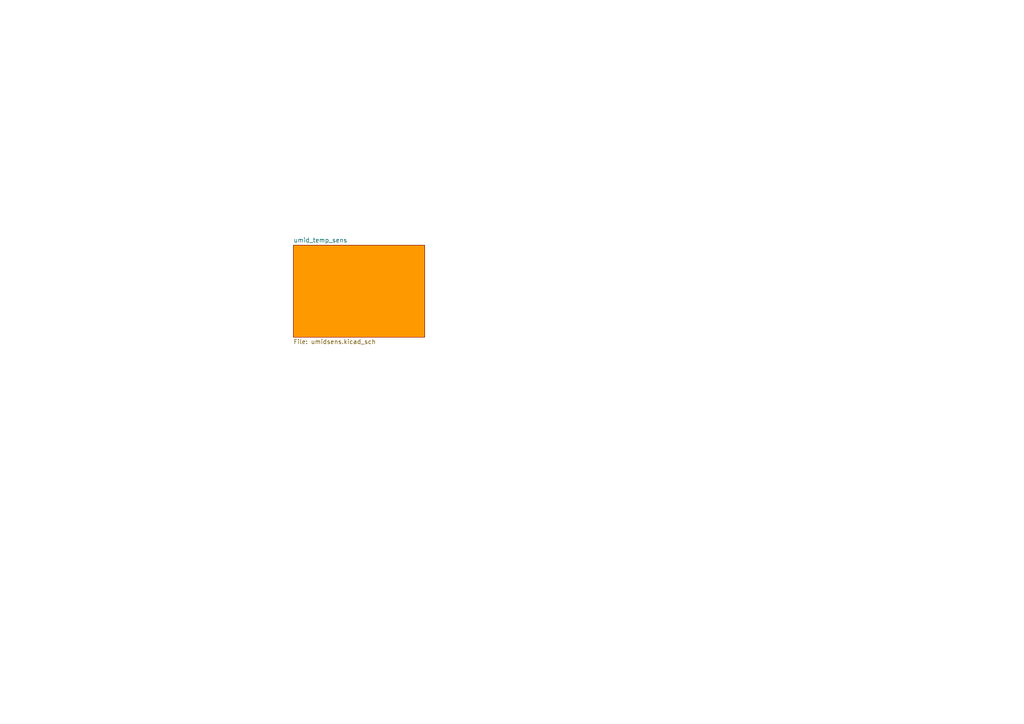
<source format=kicad_sch>
(kicad_sch
	(version 20250114)
	(generator "eeschema")
	(generator_version "9.0")
	(uuid "de1fcfdd-a482-4c96-a219-67fd6fa92cd9")
	(paper "A4")
	(lib_symbols)
	(sheet
		(at 85.09 71.12)
		(size 38.1 26.67)
		(exclude_from_sim no)
		(in_bom yes)
		(on_board yes)
		(dnp no)
		(fields_autoplaced yes)
		(stroke
			(width 0.1524)
			(type solid)
		)
		(fill
			(color 255 153 0 1.0000)
		)
		(uuid "c0aea1f3-4916-4ca5-aa6f-d82d48c8374c")
		(property "Sheetname" "umid_temp_sens"
			(at 85.09 70.4084 0)
			(effects
				(font
					(size 1.27 1.27)
				)
				(justify left bottom)
			)
		)
		(property "Sheetfile" "umidsens.kicad_sch"
			(at 85.09 98.3746 0)
			(effects
				(font
					(size 1.27 1.27)
				)
				(justify left top)
			)
		)
		(instances
			(project "Circuitos Impressos"
				(path "/49caf936-61f8-45e5-bebd-98db7502d055/fe7c01a3-21b3-4f96-818f-bda86ab2eda6"
					(page "18")
				)
			)
		)
	)
)

</source>
